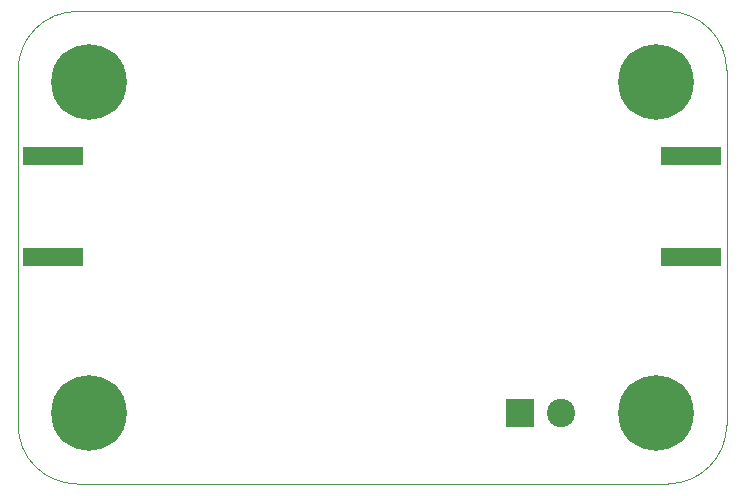
<source format=gbr>
%TF.GenerationSoftware,KiCad,Pcbnew,(5.1.8)-1*%
%TF.CreationDate,2021-02-01T22:04:36+01:00*%
%TF.ProjectId,nlb-variant,6e6c622d-7661-4726-9961-6e742e6b6963,rev?*%
%TF.SameCoordinates,Original*%
%TF.FileFunction,Soldermask,Bot*%
%TF.FilePolarity,Negative*%
%FSLAX46Y46*%
G04 Gerber Fmt 4.6, Leading zero omitted, Abs format (unit mm)*
G04 Created by KiCad (PCBNEW (5.1.8)-1) date 2021-02-01 22:04:36*
%MOMM*%
%LPD*%
G01*
G04 APERTURE LIST*
%TA.AperFunction,Profile*%
%ADD10C,0.050000*%
%TD*%
%ADD11R,5.080000X1.500000*%
%ADD12R,2.400000X2.400000*%
%ADD13C,2.400000*%
%ADD14C,0.800000*%
%ADD15C,6.400000*%
G04 APERTURE END LIST*
D10*
X105000000Y-90000000D02*
G75*
G02*
X100000000Y-85000000I0J5000000D01*
G01*
X160000000Y-85000000D02*
G75*
G02*
X155000000Y-90000000I-5000000J0D01*
G01*
X155000000Y-50000000D02*
G75*
G02*
X160000000Y-55000000I0J-5000000D01*
G01*
X100000000Y-55000000D02*
G75*
G02*
X105000000Y-50000000I5000000J0D01*
G01*
X100000000Y-85000000D02*
X100000000Y-55000000D01*
X155000000Y-90000000D02*
X105000000Y-90000000D01*
X160000000Y-55000000D02*
X160000000Y-85000000D01*
X105000000Y-50000000D02*
X155000000Y-50000000D01*
D11*
%TO.C,J3*%
X157000000Y-62250000D03*
X157000000Y-70750000D03*
%TD*%
%TO.C,J2*%
X103000000Y-70750000D03*
X103000000Y-62250000D03*
%TD*%
D12*
%TO.C,J1*%
X142500000Y-84000000D03*
D13*
X146000000Y-84000000D03*
%TD*%
D14*
%TO.C,H1*%
X107697056Y-54302944D03*
X106000000Y-53600000D03*
X104302944Y-54302944D03*
X103600000Y-56000000D03*
X104302944Y-57697056D03*
X106000000Y-58400000D03*
X107697056Y-57697056D03*
X108400000Y-56000000D03*
D15*
X106000000Y-56000000D03*
%TD*%
%TO.C,H2*%
X154000000Y-56000000D03*
D14*
X156400000Y-56000000D03*
X155697056Y-57697056D03*
X154000000Y-58400000D03*
X152302944Y-57697056D03*
X151600000Y-56000000D03*
X152302944Y-54302944D03*
X154000000Y-53600000D03*
X155697056Y-54302944D03*
%TD*%
%TO.C,H3*%
X107697056Y-82302944D03*
X106000000Y-81600000D03*
X104302944Y-82302944D03*
X103600000Y-84000000D03*
X104302944Y-85697056D03*
X106000000Y-86400000D03*
X107697056Y-85697056D03*
X108400000Y-84000000D03*
D15*
X106000000Y-84000000D03*
%TD*%
%TO.C,H4*%
X154000000Y-84000000D03*
D14*
X156400000Y-84000000D03*
X155697056Y-85697056D03*
X154000000Y-86400000D03*
X152302944Y-85697056D03*
X151600000Y-84000000D03*
X152302944Y-82302944D03*
X154000000Y-81600000D03*
X155697056Y-82302944D03*
%TD*%
M02*

</source>
